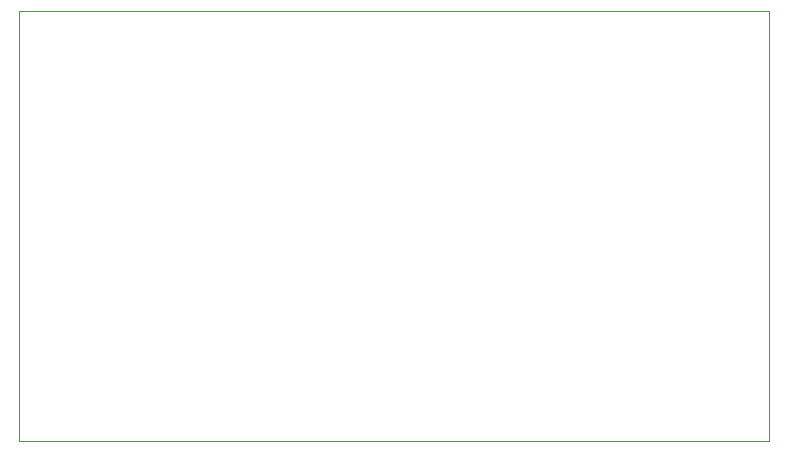
<source format=gbr>
%TF.GenerationSoftware,Altium Limited,Altium Designer,24.10.1 (45)*%
G04 Layer_Color=0*
%FSLAX45Y45*%
%MOMM*%
%TF.SameCoordinates,9AD70181-00FA-4A01-9188-FD1DF1966971*%
%TF.FilePolarity,Positive*%
%TF.FileFunction,Profile,NP*%
%TF.Part,Single*%
G01*
G75*
%TA.AperFunction,Profile*%
%ADD47C,0.02540*%
D47*
X8534400Y7213600D02*
Y10858500D01*
X14884399D01*
Y7213600D01*
X8534400D01*
%TF.MD5,eafc5d03504ef3e988906278c3494086*%
M02*

</source>
